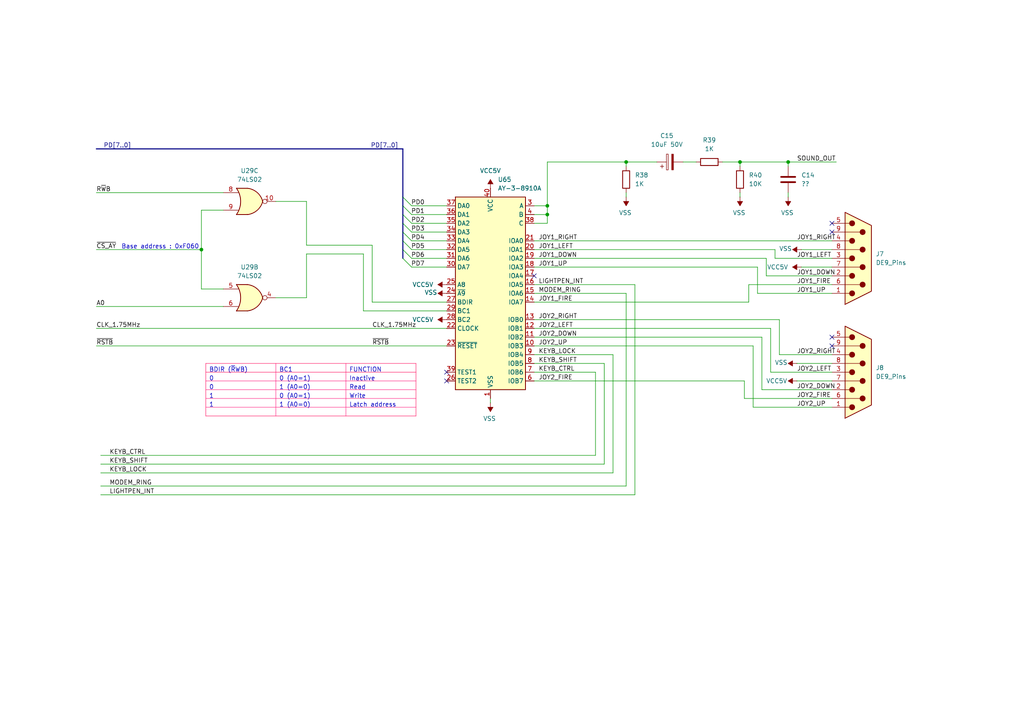
<source format=kicad_sch>
(kicad_sch (version 20250114) (generator "eeschema") (generator_version "9.0")
  (paper "A4")
  (lib_symbols
    (symbol "74xx:74LS02" (pin_names (offset 1.016))
      (property "Reference" "U" (at 0 1.27 0))
      (property "Value" "74LS02" (at 0 -1.27 0))
      (symbol "74LS02_1_1"
        (arc (start -3.81 3.81) (mid -2.589 0) (end -3.81 -3.81) (stroke (width 0.254)))
        (polyline (pts (xy -3.81 3.81) (xy -0.635 3.81)) (stroke (width 0.254)) (fill (type background)))
        (polyline (pts (xy -3.81 -3.81) (xy -0.635 -3.81)) (stroke (width 0.254)) (fill (type background)))
        (arc (start 3.81 0) (mid 2.1855 -2.584) (end -0.6096 -3.81) (stroke (width 0.254)) (fill (type background)))
        (arc (start -0.6096 3.81) (mid 2.1928 2.5924) (end 3.81 0) (stroke (width 0.254)) (fill (type background)))
        (polyline (pts (xy -0.635 3.81) (xy -3.81 3.81) (xy -3.81 3.81) (xy -3.556 3.4036) (xy -3.0226 2.2606) (xy -2.6924 1.0414) (xy -2.6162 -0.254) (xy -2.7686 -1.4986) (xy -3.175 -2.7178) (xy -3.81 -3.81) (xy -3.81 -3.81) (xy -0.635 -3.81)) (stroke (width -25.4)) (fill (type background)))
        (pin input line (at -7.62 2.54 0) (length 4.318) (name "~") (number "2"))
        (pin input line (at -7.62 -2.54 0) (length 4.318) (name "~") (number "3"))
        (pin output inverted (at 7.62 0 180) (length 3.81) (name "~") (number "1"))
      )
      (symbol "74LS02_1_2"
        (arc (start 0 3.81) (mid 3.7934 0) (end 0 -3.81) (stroke (width 0.254)) (fill (type background)))
        (polyline (pts (xy 0 3.81) (xy -3.81 3.81) (xy -3.81 -3.81) (xy 0 -3.81)) (stroke (width 0.254)) (fill (type background)))
        (pin input inverted (at -7.62 2.54 0) (length 3.81) (name "~") (number "2"))
        (pin input inverted (at -7.62 -2.54 0) (length 3.81) (name "~") (number "3"))
        (pin output line (at 7.62 0 180) (length 3.81) (name "~") (number "1"))
      )
      (symbol "74LS02_2_1"
        (arc (start -3.81 3.81) (mid -2.589 0) (end -3.81 -3.81) (stroke (width 0.254)))
        (polyline (pts (xy -3.81 3.81) (xy -0.635 3.81)) (stroke (width 0.254)) (fill (type background)))
        (polyline (pts (xy -3.81 -3.81) (xy -0.635 -3.81)) (stroke (width 0.254)) (fill (type background)))
        (arc (start 3.81 0) (mid 2.1855 -2.584) (end -0.6096 -3.81) (stroke (width 0.254)) (fill (type background)))
        (arc (start -0.6096 3.81) (mid 2.1928 2.5924) (end 3.81 0) (stroke (width 0.254)) (fill (type background)))
        (polyline (pts (xy -0.635 3.81) (xy -3.81 3.81) (xy -3.81 3.81) (xy -3.556 3.4036) (xy -3.0226 2.2606) (xy -2.6924 1.0414) (xy -2.6162 -0.254) (xy -2.7686 -1.4986) (xy -3.175 -2.7178) (xy -3.81 -3.81) (xy -3.81 -3.81) (xy -0.635 -3.81)) (stroke (width -25.4)) (fill (type background)))
        (pin input line (at -7.62 2.54 0) (length 4.318) (name "~") (number "5"))
        (pin input line (at -7.62 -2.54 0) (length 4.318) (name "~") (number "6"))
        (pin output inverted (at 7.62 0 180) (length 3.81) (name "~") (number "4"))
      )
      (symbol "74LS02_2_2"
        (arc (start 0 3.81) (mid 3.7934 0) (end 0 -3.81) (stroke (width 0.254)) (fill (type background)))
        (polyline (pts (xy 0 3.81) (xy -3.81 3.81) (xy -3.81 -3.81) (xy 0 -3.81)) (stroke (width 0.254)) (fill (type background)))
        (pin input inverted (at -7.62 2.54 0) (length 3.81) (name "~") (number "5"))
        (pin input inverted (at -7.62 -2.54 0) (length 3.81) (name "~") (number "6"))
        (pin output line (at 7.62 0 180) (length 3.81) (name "~") (number "4"))
      )
      (symbol "74LS02_3_1"
        (arc (start -3.81 3.81) (mid -2.589 0) (end -3.81 -3.81) (stroke (width 0.254)))
        (polyline (pts (xy -3.81 3.81) (xy -0.635 3.81)) (stroke (width 0.254)) (fill (type background)))
        (polyline (pts (xy -3.81 -3.81) (xy -0.635 -3.81)) (stroke (width 0.254)) (fill (type background)))
        (arc (start 3.81 0) (mid 2.1855 -2.584) (end -0.6096 -3.81) (stroke (width 0.254)) (fill (type background)))
        (arc (start -0.6096 3.81) (mid 2.1928 2.5924) (end 3.81 0) (stroke (width 0.254)) (fill (type background)))
        (polyline (pts (xy -0.635 3.81) (xy -3.81 3.81) (xy -3.81 3.81) (xy -3.556 3.4036) (xy -3.0226 2.2606) (xy -2.6924 1.0414) (xy -2.6162 -0.254) (xy -2.7686 -1.4986) (xy -3.175 -2.7178) (xy -3.81 -3.81) (xy -3.81 -3.81) (xy -0.635 -3.81)) (stroke (width -25.4)) (fill (type background)))
        (pin input line (at -7.62 2.54 0) (length 4.318) (name "~") (number "8"))
        (pin input line (at -7.62 -2.54 0) (length 4.318) (name "~") (number "9"))
        (pin output inverted (at 7.62 0 180) (length 3.81) (name "~") (number "10"))
      )
      (symbol "74LS02_3_2"
        (arc (start 0 3.81) (mid 3.7934 0) (end 0 -3.81) (stroke (width 0.254)) (fill (type background)))
        (polyline (pts (xy 0 3.81) (xy -3.81 3.81) (xy -3.81 -3.81) (xy 0 -3.81)) (stroke (width 0.254)) (fill (type background)))
        (pin input inverted (at -7.62 2.54 0) (length 3.81) (name "~") (number "8"))
        (pin input inverted (at -7.62 -2.54 0) (length 3.81) (name "~") (number "9"))
        (pin output line (at 7.62 0 180) (length 3.81) (name "~") (number "10"))
      )
      (symbol "74LS02_4_1"
        (arc (start -3.81 3.81) (mid -2.589 0) (end -3.81 -3.81) (stroke (width 0.254)))
        (polyline (pts (xy -3.81 3.81) (xy -0.635 3.81)) (stroke (width 0.254)) (fill (type background)))
        (polyline (pts (xy -3.81 -3.81) (xy -0.635 -3.81)) (stroke (width 0.254)) (fill (type background)))
        (arc (start 3.81 0) (mid 2.1855 -2.584) (end -0.6096 -3.81) (stroke (width 0.254)) (fill (type background)))
        (arc (start -0.6096 3.81) (mid 2.1928 2.5924) (end 3.81 0) (stroke (width 0.254)) (fill (type background)))
        (polyline (pts (xy -0.635 3.81) (xy -3.81 3.81) (xy -3.81 3.81) (xy -3.556 3.4036) (xy -3.0226 2.2606) (xy -2.6924 1.0414) (xy -2.6162 -0.254) (xy -2.7686 -1.4986) (xy -3.175 -2.7178) (xy -3.81 -3.81) (xy -3.81 -3.81) (xy -0.635 -3.81)) (stroke (width -25.4)) (fill (type background)))
        (pin input line (at -7.62 2.54 0) (length 4.318) (name "~") (number "11"))
        (pin input line (at -7.62 -2.54 0) (length 4.318) (name "~") (number "12"))
        (pin output inverted (at 7.62 0 180) (length 3.81) (name "~") (number "13"))
      )
      (symbol "74LS02_4_2"
        (arc (start 0 3.81) (mid 3.7934 0) (end 0 -3.81) (stroke (width 0.254)) (fill (type background)))
        (polyline (pts (xy 0 3.81) (xy -3.81 3.81) (xy -3.81 -3.81) (xy 0 -3.81)) (stroke (width 0.254)) (fill (type background)))
        (pin input inverted (at -7.62 2.54 0) (length 3.81) (name "~") (number "11"))
        (pin input inverted (at -7.62 -2.54 0) (length 3.81) (name "~") (number "12"))
        (pin output line (at 7.62 0 180) (length 3.81) (name "~") (number "13"))
      )
      (symbol "74LS02_5_0"
        (pin power_in line (at 0 12.7 270) (length 5.08) (name "VCC") (number "14"))
        (pin power_in line (at 0 -12.7 90) (length 5.08) (name "GND") (number "7"))
      )
      (symbol "74LS02_5_1"
        (rectangle (start -5.08 7.62) (end 5.08 -7.62) (stroke (width 0.254)) (fill (type background)))
      )
    )
    (symbol "Audio:YM2149"
      (property "Reference" "U27" (at 2.1433 33.02 0))
      (property "Value" "AY-3-8910A" (at 2.1433 30.48 0))
      (symbol "YM2149_0_1"
        (rectangle (start -10.16 27.94) (end 10.16 -27.94) (stroke (width 0.254)) (fill (type background)))
      )
      (symbol "YM2149_1_1"
        (pin bidirectional line (at -12.7 25.4 0) (length 2.54) (name "DA0") (number "37"))
        (pin bidirectional line (at -12.7 22.86 0) (length 2.54) (name "DA1") (number "36"))
        (pin bidirectional line (at -12.7 20.32 0) (length 2.54) (name "DA2") (number "35"))
        (pin bidirectional line (at -12.7 17.78 0) (length 2.54) (name "DA3") (number "34"))
        (pin bidirectional line (at -12.7 15.24 0) (length 2.54) (name "DA4") (number "33"))
        (pin bidirectional line (at -12.7 12.7 0) (length 2.54) (name "DA5") (number "32"))
        (pin bidirectional line (at -12.7 10.16 0) (length 2.54) (name "DA6") (number "31"))
        (pin bidirectional line (at -12.7 7.62 0) (length 2.54) (name "DA7") (number "30"))
        (pin input line (at -12.7 2.54 0) (length 2.54) (name "A8") (number "25"))
        (pin input line (at -12.7 0 0) (length 2.54) (name "~{A9}") (number "24"))
        (pin input line (at -12.7 -2.54 0) (length 2.54) (name "BDIR") (number "27"))
        (pin input line (at -12.7 -5.08 0) (length 2.54) (name "BC1") (number "29"))
        (pin input line (at -12.7 -7.62 0) (length 2.54) (name "BC2") (number "28"))
        (pin input line (at -12.7 -10.16 0) (length 2.54) (name "CLOCK") (number "22"))
        (pin input line (at -12.7 -15.24 0) (length 2.54) (name "~{RESET}") (number "23"))
        (pin passive line (at -12.7 -22.86 0) (length 2.54) (name "TEST1") (number "39"))
        (pin input line (at -12.7 -25.4 0) (length 2.54) (name "TEST2") (number "26"))
        (pin no_connect line (at -10.16 -17.78 0) (length 2.54) (hide yes) (name "NC") (number "2"))
        (pin no_connect line (at -10.16 -20.32 0) (length 2.54) (hide yes) (name "NC") (number "5"))
        (pin power_in line (at 0 30.48 270) (length 2.54) (name "VCC") (number "40"))
        (pin power_in line (at 0 -30.48 90) (length 2.54) (name "VSS") (number "1"))
        (pin output line (at 12.7 25.4 180) (length 2.54) (name "A") (number "3"))
        (pin output line (at 12.7 22.86 180) (length 2.54) (name "B") (number "4"))
        (pin output line (at 12.7 20.32 180) (length 2.54) (name "C") (number "38"))
        (pin bidirectional line (at 12.7 15.24 180) (length 2.54) (name "IOA0") (number "21"))
        (pin bidirectional line (at 12.7 12.7 180) (length 2.54) (name "IOA1") (number "20"))
        (pin bidirectional line (at 12.7 10.16 180) (length 2.54) (name "IOA2") (number "19"))
        (pin bidirectional line (at 12.7 7.62 180) (length 2.54) (name "IOA3") (number "18"))
        (pin bidirectional line (at 12.7 5.08 180) (length 2.54) (name "IOA4") (number "17"))
        (pin bidirectional line (at 12.7 2.54 180) (length 2.54) (name "IOA5") (number "16"))
        (pin bidirectional line (at 12.7 0 180) (length 2.54) (name "IOA6") (number "15"))
        (pin bidirectional line (at 12.7 -2.54 180) (length 2.54) (name "IOA7") (number "14"))
        (pin bidirectional line (at 12.7 -7.62 180) (length 2.54) (name "IOB0") (number "13"))
        (pin bidirectional line (at 12.7 -10.16 180) (length 2.54) (name "IOB1") (number "12"))
        (pin bidirectional line (at 12.7 -12.7 180) (length 2.54) (name "IOB2") (number "11"))
        (pin bidirectional line (at 12.7 -15.24 180) (length 2.54) (name "IOB3") (number "10"))
        (pin bidirectional line (at 12.7 -17.78 180) (length 2.54) (name "IOB4") (number "9"))
        (pin bidirectional line (at 12.7 -20.32 180) (length 2.54) (name "IOB5") (number "8"))
        (pin bidirectional line (at 12.7 -22.86 180) (length 2.54) (name "IOB6") (number "7"))
        (pin bidirectional line (at 12.7 -25.4 180) (length 2.54) (name "IOB7") (number "6"))
      )
    )
    (symbol "Connector:DE9_Pins" (pin_names (offset 1.016) (hide yes))
      (property "Reference" "J" (at 0 13.97 0))
      (property "Value" "DE9_Pins" (at 0 -14.605 0))
      (symbol "DE9_Pins_0_1"
        (polyline (pts (xy -3.81 10.16) (xy -2.54 10.16)))
        (polyline (pts (xy -3.81 7.62) (xy 0.508 7.62)))
        (polyline (pts (xy -3.81 5.08) (xy -2.54 5.08)))
        (polyline (pts (xy -3.81 2.54) (xy 0.508 2.54)))
        (polyline (pts (xy -3.81 0) (xy -2.54 0)))
        (polyline (pts (xy -3.81 -2.54) (xy 0.508 -2.54)))
        (polyline (pts (xy -3.81 -5.08) (xy -2.54 -5.08)))
        (polyline (pts (xy -3.81 -7.62) (xy 0.508 -7.62)))
        (polyline (pts (xy -3.81 -10.16) (xy -2.54 -10.16)))
        (polyline (pts (xy -3.81 -13.335) (xy -3.81 13.335) (xy 3.81 9.525) (xy 3.81 -9.525) (xy -3.81 -13.335)) (stroke (width 0.254)) (fill (type background)))
        (circle (center -1.778 10.16) (radius 0.762) (fill (type outline)))
        (circle (center -1.778 5.08) (radius 0.762) (fill (type outline)))
        (circle (center -1.778 0) (radius 0.762) (fill (type outline)))
        (circle (center -1.778 -5.08) (radius 0.762) (fill (type outline)))
        (circle (center -1.778 -10.16) (radius 0.762) (fill (type outline)))
        (circle (center 1.27 7.62) (radius 0.762) (fill (type outline)))
        (circle (center 1.27 2.54) (radius 0.762) (fill (type outline)))
        (circle (center 1.27 -2.54) (radius 0.762) (fill (type outline)))
        (circle (center 1.27 -7.62) (radius 0.762) (fill (type outline)))
      )
      (symbol "DE9_Pins_1_1"
        (pin passive line (at -7.62 10.16 0) (length 3.81) (name "5") (number "5"))
        (pin passive line (at -7.62 7.62 0) (length 3.81) (name "9") (number "9"))
        (pin passive line (at -7.62 5.08 0) (length 3.81) (name "4") (number "4"))
        (pin passive line (at -7.62 2.54 0) (length 3.81) (name "8") (number "8"))
        (pin passive line (at -7.62 0 0) (length 3.81) (name "3") (number "3"))
        (pin passive line (at -7.62 -2.54 0) (length 3.81) (name "7") (number "7"))
        (pin passive line (at -7.62 -5.08 0) (length 3.81) (name "2") (number "2"))
        (pin passive line (at -7.62 -7.62 0) (length 3.81) (name "6") (number "6"))
        (pin passive line (at -7.62 -10.16 0) (length 3.81) (name "1") (number "1"))
      )
    )
    (symbol "Device:C" (pin_numbers (hide yes)) (pin_names (offset 0.254))
      (property "Reference" "C" (at 0.635 2.54 0))
      (property "Value" "C" (at 0.635 -2.54 0))
      (symbol "C_0_1"
        (polyline (pts (xy -2.032 0.762) (xy 2.032 0.762)) (stroke (width 0.508)))
        (polyline (pts (xy -2.032 -0.762) (xy 2.032 -0.762)) (stroke (width 0.508)))
      )
      (symbol "C_1_1"
        (pin passive line (at 0 3.81 270) (length 2.794) (name "~") (number "1"))
        (pin passive line (at 0 -3.81 90) (length 2.794) (name "~") (number "2"))
      )
    )
    (symbol "Device:C_Polarized" (pin_numbers (hide yes)) (pin_names (offset 0.254))
      (property "Reference" "C" (at 0.635 2.54 0))
      (property "Value" "C_Polarized" (at 0.635 -2.54 0))
      (symbol "C_Polarized_0_1"
        (rectangle (start -2.286 0.508) (end 2.286 1.016))
        (polyline (pts (xy -1.778 2.286) (xy -0.762 2.286)))
        (polyline (pts (xy -1.27 2.794) (xy -1.27 1.778)))
        (rectangle (start 2.286 -0.508) (end -2.286 -1.016) (fill (type outline)))
      )
      (symbol "C_Polarized_1_1"
        (pin passive line (at 0 3.81 270) (length 2.794) (name "~") (number "1"))
        (pin passive line (at 0 -3.81 90) (length 2.794) (name "~") (number "2"))
      )
    )
    (symbol "Device:R" (pin_numbers (hide yes)) (pin_names (offset 0))
      (property "Reference" "R" (at 2.032 0 90))
      (property "Value" "R" (at 0 0 90))
      (symbol "R_0_1"
        (rectangle (start -1.016 -2.54) (end 1.016 2.54) (stroke (width 0.254)))
      )
      (symbol "R_1_1"
        (pin passive line (at 0 3.81 270) (length 1.27) (name "~") (number "1"))
        (pin passive line (at 0 -3.81 90) (length 1.27) (name "~") (number "2"))
      )
    )
    (symbol "power:VSS" (power) (pin_numbers (hide yes)) (pin_names (offset 0) (hide yes))
      (property "Value" "VSS" (at 0 3.556 0))
      (symbol "VSS_0_1"
        (polyline (pts (xy 0 0) (xy 0 2.54)))
        (polyline (pts (xy 0.762 1.27) (xy -0.762 1.27) (xy 0 2.54) (xy 0.762 1.27)) (fill (type outline)))
      )
      (symbol "VSS_1_1"
        (pin power_in line (at 0 0 90) (length 0) (name "~") (number "1"))
      )
    )
  )
  (text "Base address : 0xF060" (at 46.482 71.628 0) (effects (font (size 1.27 1.27))))
  (junction (at 158.75 62.23))
  (junction (at 228.6 46.99))
  (junction (at 214.63 46.99))
  (junction (at 181.61 46.99))
  (junction (at 58.42 72.39))
  (junction (at 158.75 59.69))
  (no_connect (at 154.94 80.01))
  (no_connect (at 129.54 110.49))
  (no_connect (at 241.3 97.79))
  (no_connect (at 241.3 64.77))
  (no_connect (at 241.3 67.31))
  (no_connect (at 241.3 100.33))
  (no_connect (at 129.54 107.95))
  (bus_entry (at 119.38 77.47) (size -2.54 -2.54))
  (bus_entry (at 119.38 59.69) (size -2.54 -2.54))
  (bus_entry (at 119.38 64.77) (size -2.54 -2.54))
  (bus_entry (at 119.38 74.93) (size -2.54 -2.54))
  (bus_entry (at 119.38 69.85) (size -2.54 -2.54))
  (bus_entry (at 119.38 72.39) (size -2.54 -2.54))
  (bus_entry (at 119.38 62.23) (size -2.54 -2.54))
  (bus_entry (at 119.38 67.31) (size -2.54 -2.54))
  (wire (pts (xy 29.21 140.97) (xy 181.61 140.97)))
  (wire (pts (xy 142.24 115.57) (xy 142.24 116.84)))
  (wire (pts (xy 241.3 72.39) (xy 232.41 72.39)))
  (wire (pts (xy 154.94 87.63) (xy 217.17 87.63)))
  (wire (pts (xy 218.44 118.11) (xy 241.3 118.11)))
  (wire (pts (xy 105.41 90.17) (xy 129.54 90.17)))
  (wire (pts (xy 154.94 77.47) (xy 219.71 77.47)))
  (wire (pts (xy 241.3 77.47) (xy 232.41 77.47)))
  (wire (pts (xy 172.72 107.95) (xy 172.72 132.08)))
  (wire (pts (xy 27.94 72.39) (xy 58.42 72.39)))
  (wire (pts (xy 58.42 60.96) (xy 64.77 60.96)))
  (wire (pts (xy 88.9 73.66) (xy 105.41 73.66)))
  (wire (pts (xy 226.06 102.87) (xy 241.3 102.87)))
  (bus (pts (xy 116.84 64.77) (xy 116.84 62.23)))
  (wire (pts (xy 27.94 100.33) (xy 129.54 100.33)))
  (wire (pts (xy 181.61 55.88) (xy 181.61 57.15)))
  (wire (pts (xy 88.9 86.36) (xy 80.01 86.36)))
  (wire (pts (xy 88.9 71.12) (xy 107.95 71.12)))
  (wire (pts (xy 154.94 82.55) (xy 184.15 82.55)))
  (wire (pts (xy 154.94 97.79) (xy 220.98 97.79)))
  (wire (pts (xy 218.44 100.33) (xy 218.44 118.11)))
  (bus (pts (xy 116.84 62.23) (xy 116.84 59.69)))
  (bus (pts (xy 27.94 43.18) (xy 116.84 43.18)))
  (wire (pts (xy 222.25 80.01) (xy 241.3 80.01)))
  (wire (pts (xy 219.71 85.09) (xy 219.71 77.47)))
  (wire (pts (xy 29.21 143.51) (xy 184.15 143.51)))
  (bus (pts (xy 116.84 67.31) (xy 116.84 64.77)))
  (wire (pts (xy 158.75 64.77) (xy 158.75 62.23)))
  (wire (pts (xy 184.15 82.55) (xy 184.15 143.51)))
  (wire (pts (xy 29.21 134.62) (xy 175.26 134.62)))
  (wire (pts (xy 107.95 87.63) (xy 129.54 87.63)))
  (wire (pts (xy 154.94 62.23) (xy 158.75 62.23)))
  (wire (pts (xy 209.55 46.99) (xy 214.63 46.99)))
  (wire (pts (xy 181.61 46.99) (xy 181.61 48.26)))
  (wire (pts (xy 88.9 58.42) (xy 88.9 71.12)))
  (wire (pts (xy 27.94 88.9) (xy 64.77 88.9)))
  (wire (pts (xy 129.54 69.85) (xy 119.38 69.85)))
  (wire (pts (xy 219.71 85.09) (xy 241.3 85.09)))
  (wire (pts (xy 175.26 105.41) (xy 175.26 134.62)))
  (wire (pts (xy 231.14 110.49) (xy 241.3 110.49)))
  (wire (pts (xy 154.94 107.95) (xy 172.72 107.95)))
  (wire (pts (xy 215.9 115.57) (xy 215.9 110.49)))
  (wire (pts (xy 217.17 87.63) (xy 217.17 82.55)))
  (wire (pts (xy 228.6 46.99) (xy 242.57 46.99)))
  (wire (pts (xy 224.79 74.93) (xy 224.79 72.39)))
  (wire (pts (xy 220.98 113.03) (xy 241.3 113.03)))
  (wire (pts (xy 154.94 85.09) (xy 181.61 85.09)))
  (wire (pts (xy 228.6 57.15) (xy 228.6 55.88)))
  (wire (pts (xy 231.14 105.41) (xy 241.3 105.41)))
  (wire (pts (xy 224.79 74.93) (xy 241.3 74.93)))
  (wire (pts (xy 223.52 107.95) (xy 241.3 107.95)))
  (wire (pts (xy 154.94 102.87) (xy 177.8 102.87)))
  (wire (pts (xy 105.41 73.66) (xy 105.41 90.17)))
  (wire (pts (xy 154.94 64.77) (xy 158.75 64.77)))
  (wire (pts (xy 154.94 100.33) (xy 218.44 100.33)))
  (bus (pts (xy 116.84 72.39) (xy 116.84 69.85)))
  (wire (pts (xy 154.94 74.93) (xy 222.25 74.93)))
  (wire (pts (xy 158.75 59.69) (xy 158.75 62.23)))
  (wire (pts (xy 27.94 55.88) (xy 64.77 55.88)))
  (wire (pts (xy 88.9 86.36) (xy 88.9 73.66)))
  (wire (pts (xy 228.6 46.99) (xy 228.6 48.26)))
  (wire (pts (xy 129.54 67.31) (xy 119.38 67.31)))
  (bus (pts (xy 116.84 43.18) (xy 116.84 57.15)))
  (wire (pts (xy 129.54 74.93) (xy 119.38 74.93)))
  (wire (pts (xy 154.94 59.69) (xy 158.75 59.69)))
  (wire (pts (xy 154.94 95.25) (xy 223.52 95.25)))
  (wire (pts (xy 222.25 80.01) (xy 222.25 74.93)))
  (wire (pts (xy 27.94 95.25) (xy 129.54 95.25)))
  (bus (pts (xy 116.84 59.69) (xy 116.84 57.15)))
  (wire (pts (xy 215.9 115.57) (xy 241.3 115.57)))
  (wire (pts (xy 177.8 102.87) (xy 177.8 137.16)))
  (wire (pts (xy 129.54 72.39) (xy 119.38 72.39)))
  (wire (pts (xy 154.94 72.39) (xy 224.79 72.39)))
  (wire (pts (xy 154.94 69.85) (xy 241.3 69.85)))
  (wire (pts (xy 80.01 58.42) (xy 88.9 58.42)))
  (wire (pts (xy 29.21 137.16) (xy 177.8 137.16)))
  (wire (pts (xy 154.94 92.71) (xy 226.06 92.71)))
  (wire (pts (xy 107.95 71.12) (xy 107.95 87.63)))
  (bus (pts (xy 116.84 69.85) (xy 116.84 67.31)))
  (wire (pts (xy 226.06 92.71) (xy 226.06 102.87)))
  (wire (pts (xy 129.54 59.69) (xy 119.38 59.69)))
  (wire (pts (xy 58.42 72.39) (xy 58.42 60.96)))
  (wire (pts (xy 198.12 46.99) (xy 201.93 46.99)))
  (wire (pts (xy 214.63 55.88) (xy 214.63 57.15)))
  (wire (pts (xy 181.61 85.09) (xy 181.61 140.97)))
  (wire (pts (xy 217.17 82.55) (xy 241.3 82.55)))
  (wire (pts (xy 129.54 62.23) (xy 119.38 62.23)))
  (wire (pts (xy 129.54 64.77) (xy 119.38 64.77)))
  (wire (pts (xy 220.98 97.79) (xy 220.98 113.03)))
  (bus (pts (xy 116.84 74.93) (xy 116.84 72.39)))
  (wire (pts (xy 64.77 83.82) (xy 58.42 83.82)))
  (wire (pts (xy 129.54 77.47) (xy 119.38 77.47)))
  (wire (pts (xy 158.75 46.99) (xy 181.61 46.99)))
  (wire (pts (xy 58.42 83.82) (xy 58.42 72.39)))
  (wire (pts (xy 158.75 59.69) (xy 158.75 46.99)))
  (wire (pts (xy 29.21 132.08) (xy 172.72 132.08)))
  (wire (pts (xy 214.63 46.99) (xy 228.6 46.99)))
  (wire (pts (xy 181.61 46.99) (xy 190.5 46.99)))
  (wire (pts (xy 214.63 46.99) (xy 214.63 48.26)))
  (wire (pts (xy 154.94 105.41) (xy 175.26 105.41)))
  (wire (pts (xy 154.94 110.49) (xy 215.9 110.49)))
  (wire (pts (xy 223.52 95.25) (xy 223.52 107.95)))
  (table (column_count 3) (border (external yes) (header yes) (stroke (width 0.254) (color 255 50 118 1))) (separators (rows yes) (cols yes) (stroke (width 0.254) (color 255 61 146 1))) (column_widths 20.32 20.32 20.32) (row_heights 2.54 2.54 2.54 2.54 2.54 2.54) (cells (table_cell "BDIR (~{R}WB)" (at 59.69 105.41 0) (size 20.32 2.54) (margins 0.9525 0.9525 0.9525 0.9525) (span 1 1)) (table_cell "BC1" (at 80.01 105.41 0) (size 20.32 2.54) (margins 0.9525 0.9525 0.9525 0.9525) (span 1 1)) (table_cell "FUNCTION" (at 100.33 105.41 0) (size 20.32 2.54) (margins 0.9525 0.9525 0.9525 0.9525) (span 1 1)) (table_cell "0" (at 59.69 107.95 0) (size 20.32 2.54) (margins 0.9525 0.9525 0.9525 0.9525) (span 1 1)) (table_cell "0 (A0=1)" (at 80.01 107.95 0) (size 20.32 2.54) (margins 0.9525 0.9525 0.9525 0.9525) (span 1 1)) (table_cell "Inactive" (at 100.33 107.95 0) (size 20.32 2.54) (margins 0.9525 0.9525 0.9525 0.9525) (span 1 1)) (table_cell "0" (at 59.69 110.49 0) (size 20.32 2.54) (margins 0.9525 0.9525 0.9525 0.9525) (span 1 1)) (table_cell "1 (A0=0)" (at 80.01 110.49 0) (size 20.32 2.54) (margins 0.9525 0.9525 0.9525 0.9525) (span 1 1)) (table_cell "Read" (at 100.33 110.49 0) (size 20.32 2.54) (margins 0.9525 0.9525 0.9525 0.9525) (span 1 1)) (table_cell "1" (at 59.69 113.03 0) (size 20.32 2.54) (margins 0.9525 0.9525 0.9525 0.9525) (span 1 1)) (table_cell "0 (A0=1)" (at 80.01 113.03 0) (size 20.32 2.54) (margins 0.9525 0.9525 0.9525 0.9525) (span 1 1)) (table_cell "Write" (at 100.33 113.03 0) (size 20.32 2.54) (margins 0.9525 0.9525 0.9525 0.9525) (span 1 1)) (table_cell "1" (at 59.69 115.57 0) (size 20.32 2.54) (margins 0.9525 0.9525 0.9525 0.9525) (span 1 1)) (table_cell "1 (A0=0)" (at 80.01 115.57 0) (size 20.32 2.54) (margins 0.9525 0.9525 0.9525 0.9525) (span 1 1)) (table_cell "Latch address" (at 100.33 115.57 0) (size 20.32 2.54) (margins 0.9525 0.9525 0.9525 0.9525) (span 1 1)) (table_cell "" (at 59.69 118.11 0) (size 20.32 2.54) (margins 0.9525 0.9525 0.9525 0.9525) (span 1 1)) (table_cell "" (at 80.01 118.11 0) (size 20.32 2.54) (margins 0.9525 0.9525 0.9525 0.9525) (span 1 1)) (table_cell "" (at 100.33 118.11 0) (size 20.32 2.54) (margins 0.9525 0.9525 0.9525 0.9525) (span 1 1))))
  (label "JOY2_RIGHT" (at 156.21 92.71 0))
  (label "A0" (at 27.94 88.9 0))
  (label "JOY2_UP" (at 156.21 100.33 0))
  (label "SOUND_OUT" (at 231.14 46.99 0))
  (label "PD5" (at 123.19 72.39 180))
  (label "CLK_1.75MHz" (at 27.94 95.25 0))
  (label "PD[7..0]" (at 115.57 43.18 180))
  (label "JOY1_FIRE" (at 156.21 87.63 0))
  (label "MODEM_RING" (at 156.21 85.09 0))
  (label "JOY2_FIRE" (at 231.14 115.57 0))
  (label "CLK_1.75MHz" (at 107.95 95.25 0))
  (label "~{CS_AY}" (at 27.94 72.39 0))
  (label "JOY1_LEFT" (at 156.21 72.39 0))
  (label "PD4" (at 123.19 69.85 180))
  (label "~{RSTB}" (at 27.94 100.33 0))
  (label "PD1" (at 123.19 62.23 180))
  (label "KEYB_CTRL" (at 31.75 132.08 0))
  (label "~{RSTB}" (at 107.95 100.33 0))
  (label "KEYB_SHIFT" (at 156.21 105.41 0))
  (label "KEYB_LOCK" (at 156.21 102.87 0))
  (label "JOY1_LEFT" (at 231.14 74.93 0))
  (label "JOY2_FIRE" (at 156.21 110.49 0))
  (label "JOY2_DOWN" (at 231.14 113.03 0))
  (label "JOY2_UP" (at 231.14 118.11 0))
  (label "JOY1_FIRE" (at 231.14 82.55 0))
  (label "JOY1_DOWN" (at 156.21 74.93 0))
  (label "PD2" (at 123.19 64.77 180))
  (label "JOY1_UP" (at 231.14 85.09 0))
  (label "LIGHTPEN_INT" (at 31.75 143.51 0))
  (label "JOY2_LEFT" (at 156.21 95.25 0))
  (label "KEYB_CTRL" (at 156.21 107.95 0))
  (label "PD3" (at 123.19 67.31 180))
  (label "R~{W}B" (at 27.94 55.88 0))
  (label "MODEM_RING" (at 31.75 140.97 0))
  (label "JOY2_LEFT" (at 231.14 107.95 0))
  (label "KEYB_LOCK" (at 31.75 137.16 0))
  (label "PD7" (at 123.19 77.47 180))
  (label "KEYB_SHIFT" (at 31.75 134.62 0))
  (label "PD[7..0]" (at 38.1 43.18 180))
  (label "PD6" (at 123.19 74.93 180))
  (label "JOY2_DOWN" (at 156.21 97.79 0))
  (label "JOY1_RIGHT" (at 156.21 69.85 0))
  (label "JOY2_RIGHT" (at 231.14 102.87 0))
  (label "LIGHTPEN_INT" (at 156.21 82.55 0))
  (label "JOY1_DOWN" (at 231.14 80.01 0))
  (label "JOY1_RIGHT" (at 231.14 69.85 0))
  (label "PD0" (at 123.19 59.69 180))
  (label "JOY1_UP" (at 156.21 77.47 0))
  (symbol (lib_id "Audio:YM2149") (at 142.24 85.09 0) (unit 1)
    (property "Reference" "U65" (at 144.3833 52.07 0) (effects (justify left)))
    (property "Value" "AY-3-8910A" (at 144.3833 54.61 0) (effects (justify left)))
    (property "Footprint" "Package_DIP:DIP-40_W15.24mm" (effects (hide yes)))
    (property "Datasheet" "http://www.ym2149.com/ym2149.pdf" (effects (hide yes)))
    (property "Description" "Software-Controlled Sound Generator, DIP-40" (effects (hide yes)))
  )
  (symbol (lib_id "power:VSS") (at 142.24 116.84 180) (unit 1)
    (property "Reference" "#PWR0151" (effects (hide yes)))
    (property "Value" "VSS" (at 141.986 121.412 0))
    (property "Description" "Power symbol creates a global label with name \"VSS\"" (effects (hide yes)))
  )
  (symbol (lib_id "power:VSS") (at 129.54 85.09 90) (unit 1)
    (property "Reference" "#PWR0154" (effects (hide yes)))
    (property "Value" "VSS" (at 124.968 84.836 90))
    (property "Description" "Power symbol creates a global label with name \"VSS\"" (effects (hide yes)))
  )
  (symbol (lib_id "Device:R") (at 181.61 52.07 0) (unit 1)
    (property "Reference" "R38" (at 184.15 50.7999 0) (effects (justify left)))
    (property "Value" "1K" (at 184.15 53.3399 0) (effects (justify left)))
    (property "Description" "Resistor" (effects (hide yes)))
  )
  (symbol (lib_id "power:VSS") (at 181.61 57.15 180) (unit 1)
    (property "Reference" "#PWR0160" (effects (hide yes)))
    (property "Value" "VSS" (at 181.356 61.722 0))
    (property "Description" "Power symbol creates a global label with name \"VSS\"" (effects (hide yes)))
  )
  (symbol (lib_id "Connector:DE9_Pins") (at 248.92 107.95 0) (unit 1)
    (property "Reference" "J8" (at 254 106.6799 0) (effects (justify left)))
    (property "Value" "DE9_Pins" (at 254 109.2199 0) (effects (justify left)))
    (property "Description" "9-pin D-SUB connector, pins (male)" (effects (hide yes)))
  )
  (symbol (lib_id "power:VSS") (at 231.14 105.41 90) (unit 1)
    (property "Reference" "#PWR0157" (effects (hide yes)))
    (property "Value" "VSS" (at 226.568 105.156 90))
    (property "Description" "Power symbol creates a global label with name \"VSS\"" (effects (hide yes)))
  )
  (symbol (lib_id "power:VSS") (at 232.41 72.39 90) (unit 1)
    (property "Reference" "#PWR0158" (effects (hide yes)))
    (property "Value" "VSS" (at 227.838 72.136 90))
    (property "Description" "Power symbol creates a global label with name \"VSS\"" (effects (hide yes)))
  )
  (symbol (lib_id "power:VSS") (at 228.6 57.15 180) (unit 1)
    (property "Reference" "#PWR0162" (effects (hide yes)))
    (property "Value" "VSS" (at 228.346 61.722 0))
    (property "Description" "Power symbol creates a global label with name \"VSS\"" (effects (hide yes)))
  )
  (symbol (lib_id "power:VSS") (at 129.54 92.71 90) (unit 1)
    (property "Reference" "#PWR0155" (effects (hide yes)))
    (property "Value" "VCC5V" (at 125.73 92.7099 90) (effects (justify left)))
    (property "Description" "Power symbol creates a global label with name \"VSS\"" (effects (hide yes)))
  )
  (symbol (lib_id "power:VSS") (at 142.24 54.61 0) (unit 1)
    (property "Reference" "#PWR0152" (effects (hide yes)))
    (property "Value" "VCC5V" (at 142.24 49.53 0))
    (property "Description" "Power symbol creates a global label with name \"VSS\"" (effects (hide yes)))
  )
  (symbol (lib_id "Device:C_Polarized") (at 194.31 46.99 90) (unit 1)
    (property "Reference" "C15" (at 193.421 39.37 90))
    (property "Value" "10uF 50V" (at 193.421 41.91 90))
    (property "Description" "Polarized capacitor" (effects (hide yes)))
  )
  (symbol (lib_id "Device:C") (at 228.6 52.07 0) (unit 1)
    (property "Reference" "C14" (at 232.41 50.7999 0) (effects (justify left)))
    (property "Value" "??" (at 232.41 53.3399 0) (effects (justify left)))
    (property "Description" "Unpolarized capacitor" (effects (hide yes)))
  )
  (symbol (lib_id "power:VSS") (at 232.41 77.47 90) (unit 1)
    (property "Reference" "#PWR0156" (effects (hide yes)))
    (property "Value" "VCC5V" (at 228.6 77.4699 90) (effects (justify left)))
    (property "Description" "Power symbol creates a global label with name \"VSS\"" (effects (hide yes)))
  )
  (symbol (lib_id "power:VSS") (at 214.63 57.15 180) (unit 1)
    (property "Reference" "#PWR0161" (effects (hide yes)))
    (property "Value" "VSS" (at 214.376 61.722 0))
    (property "Description" "Power symbol creates a global label with name \"VSS\"" (effects (hide yes)))
  )
  (symbol (lib_id "74xx:74LS02") (at 72.39 86.36 0) (unit 2)
    (property "Reference" "U29" (at 72.39 77.47 0))
    (property "Value" "74LS02" (at 72.39 80.01 0))
    (property "Datasheet" "http://www.ti.com/lit/gpn/sn74ls02" (effects (hide yes)))
    (property "Description" "quad 2-input NOR gate" (effects (hide yes)))
  )
  (symbol (lib_id "Device:R") (at 205.74 46.99 90) (unit 1)
    (property "Reference" "R39" (at 205.74 40.64 90))
    (property "Value" "1K" (at 205.74 43.18 90))
    (property "Description" "Resistor" (effects (hide yes)))
  )
  (symbol (lib_id "power:VSS") (at 129.54 82.55 90) (unit 1)
    (property "Reference" "#PWR0153" (effects (hide yes)))
    (property "Value" "VCC5V" (at 125.73 82.5499 90) (effects (justify left)))
    (property "Description" "Power symbol creates a global label with name \"VSS\"" (effects (hide yes)))
  )
  (symbol (lib_id "Device:R") (at 214.63 52.07 0) (unit 1)
    (property "Reference" "R40" (at 217.17 50.7999 0) (effects (justify left)))
    (property "Value" "10K" (at 217.17 53.3399 0) (effects (justify left)))
    (property "Description" "Resistor" (effects (hide yes)))
  )
  (symbol (lib_id "power:VSS") (at 231.14 110.49 90) (unit 1)
    (property "Reference" "#PWR0159" (effects (hide yes)))
    (property "Value" "VCC5V" (at 228.346 110.49 90) (effects (justify left)))
    (property "Description" "Power symbol creates a global label with name \"VSS\"" (effects (hide yes)))
  )
  (symbol (lib_id "Connector:DE9_Pins") (at 248.92 74.93 0) (unit 1)
    (property "Reference" "J7" (at 254 73.6599 0) (effects (justify left)))
    (property "Value" "DE9_Pins" (at 254 76.1999 0) (effects (justify left)))
    (property "Description" "9-pin D-SUB connector, pins (male)" (effects (hide yes)))
  )
  (symbol (lib_id "74xx:74LS02") (at 72.39 58.42 0) (unit 3)
    (property "Reference" "U29" (at 72.39 49.53 0))
    (property "Value" "74LS02" (at 72.39 52.07 0))
    (property "Datasheet" "http://www.ti.com/lit/gpn/sn74ls02" (effects (hide yes)))
    (property "Description" "quad 2-input NOR gate" (effects (hide yes)))
  )
)
</source>
